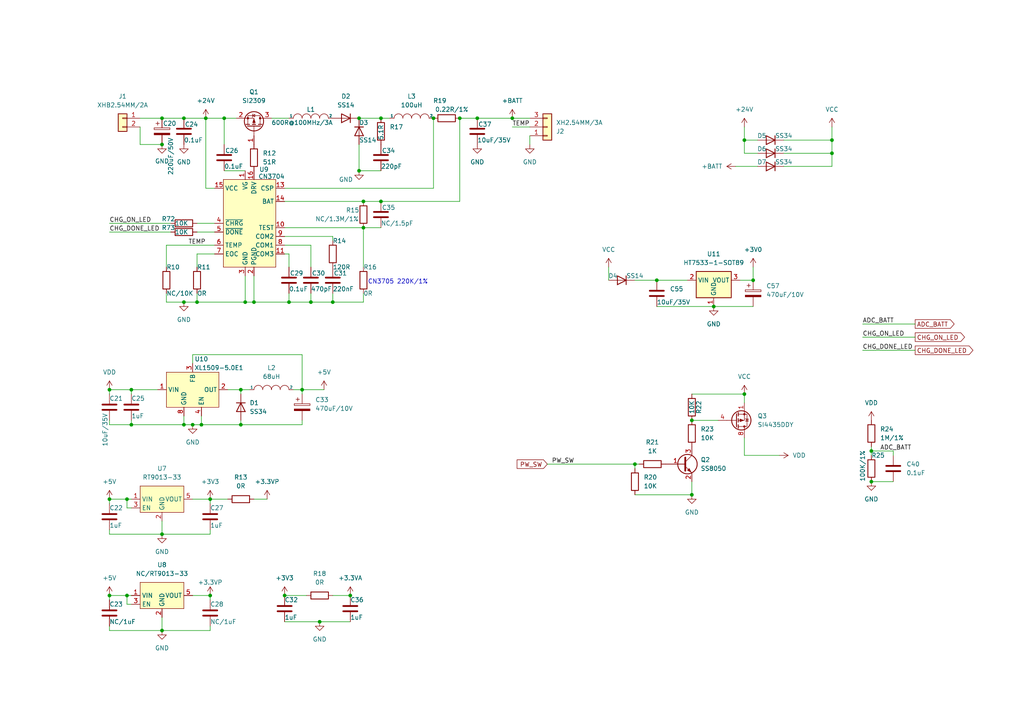
<source format=kicad_sch>
(kicad_sch (version 20211123) (generator eeschema)
  (paper "A4")
  (title_block (title "EDS-01-Main") (date "2022-10-19") (rev "V0.2") (company "Timye"))
  (lib_symbols
    (symbol "Connector_Generic:Conn_01x02" (pin_names (offset 1.016) hide)
      (property "Reference" "J" (at 0 2.54 0))
      (property "Value" "Conn_01x02" (at 0 -5.08 0))
      (symbol "Conn_01x02_1_1"
        (rectangle (start -1.27 -2.413) (end 0 -2.667) (stroke (width 0.1524)))
        (rectangle (start -1.27 0.127) (end 0 -0.127) (stroke (width 0.1524)))
        (rectangle (start -1.27 1.27) (end 1.27 -3.81) (stroke (width 0.254)) (fill (type background)))
        (pin passive line (at -5.08 0 0) (length 3.81) (name "Pin_1") (number "1"))
        (pin passive line (at -5.08 -2.54 0) (length 3.81) (name "Pin_2") (number "2"))
      )
    )
    (symbol "Connector_Generic:Conn_01x03" (pin_names (offset 1.016) hide)
      (property "Reference" "J" (at 0 5.08 0))
      (property "Value" "Conn_01x03" (at 0 -5.08 0))
      (symbol "Conn_01x03_1_1"
        (rectangle (start -1.27 -2.413) (end 0 -2.667) (stroke (width 0.1524)))
        (rectangle (start -1.27 0.127) (end 0 -0.127) (stroke (width 0.1524)))
        (rectangle (start -1.27 2.667) (end 0 2.413) (stroke (width 0.1524)))
        (rectangle (start -1.27 3.81) (end 1.27 -3.81) (stroke (width 0.254)) (fill (type background)))
        (pin passive line (at -5.08 2.54 0) (length 3.81) (name "Pin_1") (number "1"))
        (pin passive line (at -5.08 0 0) (length 3.81) (name "Pin_2") (number "2"))
        (pin passive line (at -5.08 -2.54 0) (length 3.81) (name "Pin_3") (number "3"))
      )
    )
    (symbol "Device:C" (pin_numbers hide) (pin_names (offset 0.254))
      (property "Reference" "C" (at 0.635 2.54 0))
      (property "Value" "C" (at 0.635 -2.54 0))
      (symbol "C_0_1"
        (polyline (pts (xy -2.032 -0.762) (xy 2.032 -0.762)) (stroke (width 0.508)))
        (polyline (pts (xy -2.032 0.762) (xy 2.032 0.762)) (stroke (width 0.508)))
      )
      (symbol "C_1_1"
        (pin passive line (at 0 3.81 270) (length 2.794) (name "~") (number "1"))
        (pin passive line (at 0 -3.81 90) (length 2.794) (name "~") (number "2"))
      )
    )
    (symbol "Device:C_Polarized" (pin_numbers hide) (pin_names (offset 0.254))
      (property "Reference" "C" (at 0.635 2.54 0))
      (property "Value" "C_Polarized" (at 0.635 -2.54 0))
      (symbol "C_Polarized_0_1"
        (rectangle (start -2.286 0.508) (end 2.286 1.016))
        (polyline (pts (xy -1.778 2.286) (xy -0.762 2.286)))
        (polyline (pts (xy -1.27 2.794) (xy -1.27 1.778)))
        (rectangle (start 2.286 -0.508) (end -2.286 -1.016) (fill (type outline)))
      )
      (symbol "C_Polarized_1_1"
        (pin passive line (at 0 3.81 270) (length 2.794) (name "~") (number "1"))
        (pin passive line (at 0 -3.81 90) (length 2.794) (name "~") (number "2"))
      )
    )
    (symbol "Device:D" (pin_numbers hide) (pin_names (offset 1.016) hide)
      (property "Reference" "D" (at 0 2.54 0))
      (property "Value" "D" (at 0 -2.54 0))
      (symbol "D_0_1"
        (polyline (pts (xy -1.27 1.27) (xy -1.27 -1.27)) (stroke (width 0.254)))
        (polyline (pts (xy 1.27 0) (xy -1.27 0)))
        (polyline (pts (xy 1.27 1.27) (xy 1.27 -1.27) (xy -1.27 0) (xy 1.27 1.27)) (stroke (width 0.254)))
      )
      (symbol "D_1_1"
        (pin passive line (at -3.81 0 0) (length 2.54) (name "K") (number "1"))
        (pin passive line (at 3.81 0 180) (length 2.54) (name "A") (number "2"))
      )
    )
    (symbol "Device:Q_NPN_BEC" (pin_names (offset 0) hide)
      (property "Reference" "Q" (at 5.08 1.27 0))
      (property "Value" "Q_NPN_BEC" (at 5.08 -1.27 0))
      (symbol "Q_NPN_BEC_0_1"
        (polyline (pts (xy 0.635 0.635) (xy 2.54 2.54)))
        (polyline (pts (xy 0.635 -0.635) (xy 2.54 -2.54) (xy 2.54 -2.54)))
        (polyline (pts (xy 0.635 1.905) (xy 0.635 -1.905) (xy 0.635 -1.905)) (stroke (width 0.508)))
        (polyline (pts (xy 1.27 -1.778) (xy 1.778 -1.27) (xy 2.286 -2.286) (xy 1.27 -1.778) (xy 1.27 -1.778)) (fill (type outline)))
        (circle (center 1.27 0) (radius 2.8194) (stroke (width 0.254)))
      )
      (symbol "Q_NPN_BEC_1_1"
        (pin input line (at -5.08 0 0) (length 5.715) (name "B") (number "1"))
        (pin passive line (at 2.54 -5.08 90) (length 2.54) (name "E") (number "2"))
        (pin passive line (at 2.54 5.08 270) (length 2.54) (name "C") (number "3"))
      )
    )
    (symbol "Device:Q_PMOS_GSD" (pin_names (offset 0) hide)
      (property "Reference" "Q" (at 5.08 1.27 0))
      (property "Value" "Q_PMOS_GSD" (at 5.08 -1.27 0))
      (symbol "Q_PMOS_GSD_0_1"
        (polyline (pts (xy 0.254 0) (xy -2.54 0)))
        (polyline (pts (xy 0.254 1.905) (xy 0.254 -1.905)) (stroke (width 0.254)))
        (polyline (pts (xy 0.762 -1.27) (xy 0.762 -2.286)) (stroke (width 0.254)))
        (polyline (pts (xy 0.762 0.508) (xy 0.762 -0.508)) (stroke (width 0.254)))
        (polyline (pts (xy 0.762 2.286) (xy 0.762 1.27)) (stroke (width 0.254)))
        (polyline (pts (xy 2.54 2.54) (xy 2.54 1.778)))
        (polyline (pts (xy 2.54 -2.54) (xy 2.54 0) (xy 0.762 0)))
        (polyline (pts (xy 0.762 1.778) (xy 3.302 1.778) (xy 3.302 -1.778) (xy 0.762 -1.778)))
        (polyline (pts (xy 2.286 0) (xy 1.27 0.381) (xy 1.27 -0.381) (xy 2.286 0)) (fill (type outline)))
        (polyline (pts (xy 2.794 -0.508) (xy 2.921 -0.381) (xy 3.683 -0.381) (xy 3.81 -0.254)))
        (polyline (pts (xy 3.302 -0.381) (xy 2.921 0.254) (xy 3.683 0.254) (xy 3.302 -0.381)))
        (circle (center 1.651 0) (radius 2.794) (stroke (width 0.254)))
        (circle (center 2.54 -1.778) (radius 0.254) (fill (type outline)))
        (circle (center 2.54 1.778) (radius 0.254) (fill (type outline)))
      )
      (symbol "Q_PMOS_GSD_1_1"
        (pin input line (at -5.08 0 0) (length 2.54) (name "G") (number "1"))
        (pin passive line (at 2.54 -5.08 90) (length 2.54) (name "S") (number "2"))
        (pin passive line (at 2.54 5.08 270) (length 2.54) (name "D") (number "3"))
      )
    )
    (symbol "Device:R" (pin_numbers hide) (pin_names (offset 0))
      (property "Reference" "R" (at 2.032 0 90))
      (property "Value" "R" (at 0 0 90))
      (symbol "R_0_1"
        (rectangle (start -1.016 -2.54) (end 1.016 2.54) (stroke (width 0.254)))
      )
      (symbol "R_1_1"
        (pin passive line (at 0 3.81 270) (length 1.27) (name "~") (number "1"))
        (pin passive line (at 0 -3.81 90) (length 1.27) (name "~") (number "2"))
      )
    )
    (symbol "Ovo_Power_Management:CN3704"
      (property "Reference" "U" (at -6.35 13.97 0))
      (property "Value" "CN3704" (at -8.89 -15.24 0))
      (symbol "CN3704_0_1"
        (rectangle (start -7.62 12.7) (end 7.62 -12.7) (fill (type background)))
      )
      (symbol "CN3704_1_1"
        (pin power_out line (at -1.27 15.24 270) (length 2.54) (name "VG") (number "1"))
        (pin passive line (at 10.16 -1.27 180) (length 2.54) (name "TEST") (number "10"))
        (pin passive line (at 10.16 -8.89 180) (length 2.54) (name "COM3") (number "11"))
        (pin no_connect line (at 10.16 1.27 180) (length 2.54) hide (name "NC") (number "12"))
        (pin input line (at 10.16 10.16 180) (length 2.54) (name "CSP") (number "13"))
        (pin input line (at 10.16 6.35 180) (length 2.54) (name "BAT") (number "14"))
        (pin power_in line (at -10.16 10.16 0) (length 2.54) (name "VCC") (number "15"))
        (pin output line (at 1.27 15.24 270) (length 2.54) (name "DRV") (number "16"))
        (pin power_in line (at 1.27 -15.24 90) (length 2.54) (name "PGND") (number "2"))
        (pin power_in line (at -1.27 -15.24 90) (length 2.54) (name "GND") (number "3"))
        (pin output line (at -10.16 0 0) (length 2.54) (name "~{CHRG}") (number "4"))
        (pin output line (at -10.16 -2.54 0) (length 2.54) (name "~{DONE}") (number "5"))
        (pin input line (at -10.16 -6.35 0) (length 2.54) (name "TEMP") (number "6"))
        (pin input line (at -10.16 -8.89 0) (length 2.54) (name "EOC") (number "7"))
        (pin passive line (at 10.16 -6.35 180) (length 2.54) (name "COM1") (number "8"))
        (pin passive line (at 10.16 -3.81 180) (length 2.54) (name "COM2") (number "9"))
      )
    )
    (symbol "Ovo_Power_Management:RT9013-xx"
      (property "Reference" "U" (at 0 8.89 0))
      (property "Value" "RT9013-xx" (at 1.27 -10.16 0))
      (symbol "RT9013-xx_0_1"
        (rectangle (start -6.35 3.81) (end 6.35 -3.81) (fill (type background)))
      )
      (symbol "RT9013-xx_1_1"
        (pin power_in line (at -8.89 0 0) (length 2.54) (name "VIN") (number "1"))
        (pin power_in line (at 0 -6.35 90) (length 2.54) (name "GND") (number "2"))
        (pin input line (at -8.89 -2.54 0) (length 2.54) (name "EN") (number "3"))
        (pin passive line (at 8.89 -2.54 180) (length 2.54) hide (name "NC") (number "4"))
        (pin power_out line (at 8.89 0 180) (length 2.54) (name "VOUT") (number "5"))
      )
    )
    (symbol "Ovo_Power_Management:XL1509-xxE1"
      (property "Reference" "U" (at -5.08 6.35 0))
      (property "Value" "XL1509-xxE1" (at 7.62 6.35 0))
      (symbol "XL1509-xxE1_0_1"
        (rectangle (start -7.62 5.08) (end 7.62 -5.08) (fill (type background)))
      )
      (symbol "XL1509-xxE1_1_1"
        (pin power_in line (at -10.16 0 0) (length 2.54) (name "VIN") (number "1"))
        (pin power_out line (at 10.16 0 180) (length 2.54) (name "OUT") (number "2"))
        (pin input line (at 0 7.62 270) (length 2.54) (name "FB") (number "3"))
        (pin input line (at 2.54 -7.62 90) (length 2.54) (name "EN") (number "4"))
        (pin power_in line (at -2.54 -7.62 90) (length 2.54) hide (name "GND") (number "5"))
        (pin power_in line (at -2.54 -7.62 90) (length 2.54) hide (name "GND") (number "6"))
        (pin power_in line (at -2.54 -7.62 90) (length 2.54) hide (name "GND") (number "7"))
        (pin power_in line (at -2.54 -7.62 90) (length 2.54) (name "GND") (number "8"))
      )
    )
    (symbol "Regulator_Linear:HT75xx-1-SOT89"
      (property "Reference" "U" (at -5.08 -3.81 0))
      (property "Value" "HT75xx-1-SOT89" (at 0 6.35 0))
      (symbol "HT75xx-1-SOT89_0_1"
        (rectangle (start -5.08 5.08) (end 5.08 -2.54) (stroke (width 0.254)) (fill (type background)))
      )
      (symbol "HT75xx-1-SOT89_1_1"
        (pin power_in line (at 0 -5.08 90) (length 2.54) (name "GND") (number "1"))
        (pin power_in line (at -7.62 2.54 0) (length 2.54) (name "VIN") (number "2"))
        (pin power_out line (at 7.62 2.54 180) (length 2.54) (name "VOUT") (number "3"))
      )
    )
    (symbol "Transistor_FET:FDS9435A" (pin_names hide)
      (property "Reference" "Q" (at 5.08 1.905 0))
      (property "Value" "FDS9435A" (at 5.08 0 0))
      (symbol "FDS9435A_0_1"
        (polyline (pts (xy 0.254 0) (xy -2.54 0)))
        (polyline (pts (xy 0.254 1.905) (xy 0.254 -1.905)) (stroke (width 0.254)))
        (polyline (pts (xy 0.762 -1.27) (xy 0.762 -2.286)) (stroke (width 0.254)))
        (polyline (pts (xy 0.762 0.508) (xy 0.762 -0.508)) (stroke (width 0.254)))
        (polyline (pts (xy 0.762 2.286) (xy 0.762 1.27)) (stroke (width 0.254)))
        (polyline (pts (xy 2.54 2.54) (xy 2.54 1.778)))
        (polyline (pts (xy 2.54 -2.54) (xy 2.54 0) (xy 0.762 0)))
        (polyline (pts (xy 0.762 1.778) (xy 3.302 1.778) (xy 3.302 -1.778) (xy 0.762 -1.778)))
        (polyline (pts (xy 2.286 0) (xy 1.27 0.381) (xy 1.27 -0.381) (xy 2.286 0)) (fill (type outline)))
        (polyline (pts (xy 2.794 -0.508) (xy 2.921 -0.381) (xy 3.683 -0.381) (xy 3.81 -0.254)))
        (polyline (pts (xy 3.302 -0.381) (xy 2.921 0.254) (xy 3.683 0.254) (xy 3.302 -0.381)))
        (circle (center 1.651 0) (radius 2.794) (stroke (width 0.254)))
        (circle (center 2.54 -1.778) (radius 0.254) (fill (type outline)))
        (circle (center 2.54 1.778) (radius 0.254) (fill (type outline)))
      )
      (symbol "FDS9435A_1_1"
        (pin passive line (at 2.54 -5.08 90) (length 2.54) (name "S") (number "1"))
        (pin passive line (at 2.54 -5.08 90) (length 2.54) hide (name "S") (number "2"))
        (pin passive line (at 2.54 -5.08 90) (length 2.54) hide (name "S") (number "3"))
        (pin passive line (at -5.08 0 0) (length 2.54) (name "G") (number "4"))
        (pin passive line (at 2.54 5.08 270) (length 2.54) hide (name "D") (number "5"))
        (pin passive line (at 2.54 5.08 270) (length 2.54) hide (name "D") (number "6"))
        (pin passive line (at 2.54 5.08 270) (length 2.54) hide (name "D") (number "7"))
        (pin passive line (at 2.54 5.08 270) (length 2.54) (name "D") (number "8"))
      )
    )
    (symbol "power:+24V" (power) (pin_names (offset 0))
      (property "Value" "+24V" (at 0 3.556 0))
      (symbol "+24V_0_1"
        (polyline (pts (xy -0.762 1.27) (xy 0 2.54)))
        (polyline (pts (xy 0 0) (xy 0 2.54)))
        (polyline (pts (xy 0 2.54) (xy 0.762 1.27)))
      )
      (symbol "+24V_1_1"
        (pin power_in line (at 0 0 90) (length 0) hide (name "+24V") (number "1"))
      )
    )
    (symbol "power:+3.3VA" (power) (pin_names (offset 0))
      (property "Value" "+3.3VA" (at 0 3.556 0))
      (symbol "+3.3VA_0_1"
        (polyline (pts (xy -0.762 1.27) (xy 0 2.54)))
        (polyline (pts (xy 0 0) (xy 0 2.54)))
        (polyline (pts (xy 0 2.54) (xy 0.762 1.27)))
      )
      (symbol "+3.3VA_1_1"
        (pin power_in line (at 0 0 90) (length 0) hide (name "+3.3VA") (number "1"))
      )
    )
    (symbol "power:+3.3VP" (power) (pin_names (offset 0))
      (property "Value" "+3.3VP" (at 0 2.54 0))
      (symbol "+3.3VP_0_0"
        (pin power_in line (at 0 0 90) (length 0) hide (name "+3.3VP") (number "1"))
      )
      (symbol "+3.3VP_0_1"
        (polyline (pts (xy -0.762 1.27) (xy 0 2.54)))
        (polyline (pts (xy 0 0) (xy 0 2.54)))
        (polyline (pts (xy 0 2.54) (xy 0.762 1.27)))
      )
    )
    (symbol "power:+3V0" (power) (pin_names (offset 0))
      (property "Value" "+3V0" (at 0 3.556 0))
      (symbol "+3V0_0_1"
        (polyline (pts (xy -0.762 1.27) (xy 0 2.54)))
        (polyline (pts (xy 0 0) (xy 0 2.54)))
        (polyline (pts (xy 0 2.54) (xy 0.762 1.27)))
      )
      (symbol "+3V0_1_1"
        (pin power_in line (at 0 0 90) (length 0) hide (name "+3V0") (number "1"))
      )
    )
    (symbol "power:+3V3" (power) (pin_names (offset 0))
      (property "Value" "+3V3" (at 0 3.556 0))
      (symbol "+3V3_0_1"
        (polyline (pts (xy -0.762 1.27) (xy 0 2.54)))
        (polyline (pts (xy 0 0) (xy 0 2.54)))
        (polyline (pts (xy 0 2.54) (xy 0.762 1.27)))
      )
      (symbol "+3V3_1_1"
        (pin power_in line (at 0 0 90) (length 0) hide (name "+3V3") (number "1"))
      )
    )
    (symbol "power:+5V" (power) (pin_names (offset 0))
      (property "Value" "+5V" (at 0 3.556 0))
      (symbol "+5V_0_1"
        (polyline (pts (xy -0.762 1.27) (xy 0 2.54)))
        (polyline (pts (xy 0 0) (xy 0 2.54)))
        (polyline (pts (xy 0 2.54) (xy 0.762 1.27)))
      )
      (symbol "+5V_1_1"
        (pin power_in line (at 0 0 90) (length 0) hide (name "+5V") (number "1"))
      )
    )
    (symbol "power:+BATT" (power) (pin_names (offset 0))
      (property "Value" "+BATT" (at 0 3.556 0))
      (symbol "+BATT_0_1"
        (polyline (pts (xy -0.762 1.27) (xy 0 2.54)))
        (polyline (pts (xy 0 0) (xy 0 2.54)))
        (polyline (pts (xy 0 2.54) (xy 0.762 1.27)))
      )
      (symbol "+BATT_1_1"
        (pin power_in line (at 0 0 90) (length 0) hide (name "+BATT") (number "1"))
      )
    )
    (symbol "power:GND" (power) (pin_names (offset 0))
      (property "Value" "GND" (at 0 -3.81 0))
      (symbol "GND_0_1"
        (polyline (pts (xy 0 0) (xy 0 -1.27) (xy 1.27 -1.27) (xy 0 -2.54) (xy -1.27 -1.27) (xy 0 -1.27)))
      )
      (symbol "GND_1_1"
        (pin power_in line (at 0 0 270) (length 0) hide (name "GND") (number "1"))
      )
    )
    (symbol "power:VCC" (power) (pin_names (offset 0))
      (property "Value" "VCC" (at 0 3.81 0))
      (symbol "VCC_0_1"
        (polyline (pts (xy -0.762 1.27) (xy 0 2.54)))
        (polyline (pts (xy 0 0) (xy 0 2.54)))
        (polyline (pts (xy 0 2.54) (xy 0.762 1.27)))
      )
      (symbol "VCC_1_1"
        (pin power_in line (at 0 0 90) (length 0) hide (name "VCC") (number "1"))
      )
    )
    (symbol "power:VDD" (power) (pin_names (offset 0))
      (property "Value" "VDD" (at 0 3.81 0))
      (symbol "VDD_0_1"
        (polyline (pts (xy -0.762 1.27) (xy 0 2.54)))
        (polyline (pts (xy 0 0) (xy 0 2.54)))
        (polyline (pts (xy 0 2.54) (xy 0.762 1.27)))
      )
      (symbol "VDD_1_1"
        (pin power_in line (at 0 0 90) (length 0) hide (name "VDD") (number "1"))
      )
    )
    (symbol "pspice:INDUCTOR" (pin_numbers hide) (pin_names (offset 0))
      (property "Reference" "L" (at 0 2.54 0))
      (property "Value" "INDUCTOR" (at 0 -1.27 0))
      (symbol "INDUCTOR_0_1"
        (arc (start -2.54 0) (mid -3.81 1.27) (end -5.08 0))
        (arc (start 0 0) (mid -1.27 1.27) (end -2.54 0))
        (arc (start 2.54 0) (mid 1.27 1.27) (end 0 0))
        (arc (start 5.08 0) (mid 3.81 1.27) (end 2.54 0))
      )
      (symbol "INDUCTOR_1_1"
        (pin input line (at -6.35 0 0) (length 1.27) (name "1") (number "1"))
        (pin input line (at 6.35 0 180) (length 1.27) (name "2") (number "2"))
      )
    )
  )
  (junction (at 241.3 44.45))
  (junction (at 133.35 34.29))
  (junction (at 36.83 144.78))
  (junction (at 38.1 123.19))
  (junction (at 53.34 87.63))
  (junction (at 184.15 134.62))
  (junction (at 38.1 113.03))
  (junction (at 241.3 40.64))
  (junction (at 53.34 34.29))
  (junction (at 57.15 87.63))
  (junction (at 92.71 180.34))
  (junction (at 46.99 34.29))
  (junction (at 218.44 81.28))
  (junction (at 55.88 123.19))
  (junction (at 36.83 172.72))
  (junction (at 53.34 123.19))
  (junction (at 83.82 87.63))
  (junction (at 46.99 154.94))
  (junction (at 105.41 66.04))
  (junction (at 82.55 172.72))
  (junction (at 69.85 113.03))
  (junction (at 58.42 123.19))
  (junction (at 31.75 144.78))
  (junction (at 101.6 172.72))
  (junction (at 59.69 34.29))
  (junction (at 46.99 41.91))
  (junction (at 215.9 40.64))
  (junction (at 104.14 49.53))
  (junction (at 190.5 81.28))
  (junction (at 65.024 34.29))
  (junction (at 60.96 144.78))
  (junction (at 110.49 58.42))
  (junction (at 207.01 88.9))
  (junction (at 71.12 87.63))
  (junction (at 104.14 34.29))
  (junction (at 31.75 172.72))
  (junction (at 252.73 139.7))
  (junction (at 148.59 34.29))
  (junction (at 87.63 113.03))
  (junction (at 31.75 113.03))
  (junction (at 215.9 114.3))
  (junction (at 69.85 123.19))
  (junction (at 96.52 87.63))
  (junction (at 73.66 87.63))
  (junction (at 60.96 172.72))
  (junction (at 200.66 143.51))
  (junction (at 90.17 87.63))
  (junction (at 200.66 121.92))
  (junction (at 46.99 182.88))
  (junction (at 252.73 130.81))
  (junction (at 125.73 34.29))
  (junction (at 110.49 34.29))
  (junction (at 138.43 34.29))
  (junction (at 105.41 58.42))
  (wire (pts (xy 58.42 123.19) (xy 69.85 123.19)))
  (wire (pts (xy 215.9 40.64) (xy 219.71 40.64)))
  (wire (pts (xy 38.1 123.19) (xy 38.1 121.92)))
  (wire (pts (xy 105.41 66.04) (xy 105.41 77.47)))
  (wire (pts (xy 252.73 139.7) (xy 259.08 139.7)))
  (wire (pts (xy 184.15 81.28) (xy 190.5 81.28)))
  (wire (pts (xy 200.66 143.51) (xy 200.66 139.7)))
  (wire (pts (xy 252.73 130.81) (xy 259.08 130.81)))
  (wire (pts (xy 40.64 41.91) (xy 46.99 41.91)))
  (wire (pts (xy 57.15 77.47) (xy 57.15 73.66)))
  (wire (pts (xy 227.33 48.26) (xy 241.3 48.26)))
  (wire (pts (xy 214.63 81.28) (xy 218.44 81.28)))
  (wire (pts (xy 46.99 182.88) (xy 60.96 182.88)))
  (wire (pts (xy 215.9 36.83) (xy 215.9 40.64)))
  (wire (pts (xy 207.01 88.9) (xy 218.44 88.9)))
  (wire (pts (xy 184.15 143.51) (xy 200.66 143.51)))
  (wire (pts (xy 55.88 102.87) (xy 87.63 102.87)))
  (wire (pts (xy 259.08 132.08) (xy 259.08 130.81)))
  (wire (pts (xy 227.33 40.64) (xy 241.3 40.64)))
  (wire (pts (xy 104.14 49.53) (xy 104.14 41.91)))
  (wire (pts (xy 73.66 80.01) (xy 73.66 87.63)))
  (wire (pts (xy 55.88 123.19) (xy 58.42 123.19)))
  (wire (pts (xy 82.55 66.04) (xy 105.41 66.04)))
  (wire (pts (xy 73.66 144.78) (xy 77.47 144.78)))
  (wire (pts (xy 53.34 123.19) (xy 55.88 123.19)))
  (wire (pts (xy 105.41 66.04) (xy 110.49 66.04)))
  (wire (pts (xy 227.33 44.45) (xy 241.3 44.45)))
  (wire (pts (xy 48.26 77.47) (xy 48.26 71.12)))
  (wire (pts (xy 40.64 36.83) (xy 40.64 41.91)))
  (wire (pts (xy 241.3 44.45) (xy 241.3 40.64)))
  (wire (pts (xy 96.52 87.63) (xy 96.52 85.09)))
  (wire (pts (xy 58.42 120.65) (xy 58.42 123.19)))
  (wire (pts (xy 83.82 77.47) (xy 83.82 73.66)))
  (wire (pts (xy 69.85 123.19) (xy 87.63 123.19)))
  (wire (pts (xy 59.69 34.29) (xy 59.69 54.61)))
  (wire (pts (xy 55.88 144.78) (xy 60.96 144.78)))
  (wire (pts (xy 53.34 87.63) (xy 57.15 87.63)))
  (wire (pts (xy 55.88 172.72) (xy 60.96 172.72)))
  (wire (pts (xy 31.75 123.19) (xy 31.75 121.92)))
  (wire (pts (xy 250.19 101.6) (xy 265.43 101.6)))
  (wire (pts (xy 31.75 181.61) (xy 31.75 182.88)))
  (wire (pts (xy 65.024 34.29) (xy 68.58 34.29)))
  (wire (pts (xy 133.35 34.29) (xy 138.43 34.29)))
  (wire (pts (xy 87.63 123.19) (xy 87.63 121.92)))
  (wire (pts (xy 38.1 123.19) (xy 53.34 123.19)))
  (wire (pts (xy 31.75 173.99) (xy 31.75 172.72)))
  (wire (pts (xy 31.75 64.77) (xy 49.53 64.77)))
  (wire (pts (xy 46.99 154.94) (xy 60.96 154.94)))
  (wire (pts (xy 82.55 180.34) (xy 92.71 180.34)))
  (wire (pts (xy 31.75 153.67) (xy 31.75 154.94)))
  (wire (pts (xy 176.53 77.47) (xy 176.53 81.28)))
  (wire (pts (xy 158.75 134.62) (xy 184.15 134.62)))
  (wire (pts (xy 31.75 146.05) (xy 31.75 144.78)))
  (wire (pts (xy 241.3 40.64) (xy 241.3 36.83)))
  (wire (pts (xy 90.17 87.63) (xy 96.52 87.63)))
  (wire (pts (xy 82.55 172.72) (xy 88.9 172.72)))
  (wire (pts (xy 31.75 67.31) (xy 49.53 67.31)))
  (wire (pts (xy 53.34 120.65) (xy 53.34 123.19)))
  (wire (pts (xy 184.15 135.89) (xy 184.15 134.62)))
  (wire (pts (xy 60.96 172.72) (xy 60.96 173.99)))
  (wire (pts (xy 65.024 41.91) (xy 65.024 34.29)))
  (wire (pts (xy 55.88 105.41) (xy 55.88 102.87)))
  (wire (pts (xy 153.67 41.91) (xy 153.67 39.37)))
  (wire (pts (xy 48.26 85.09) (xy 48.26 87.63)))
  (wire (pts (xy 213.36 48.26) (xy 219.71 48.26)))
  (wire (pts (xy 138.43 34.29) (xy 148.59 34.29)))
  (wire (pts (xy 215.9 114.3) (xy 215.9 116.84)))
  (wire (pts (xy 87.63 102.87) (xy 87.63 113.03)))
  (wire (pts (xy 90.17 77.47) (xy 90.17 71.12)))
  (wire (pts (xy 83.82 87.63) (xy 83.82 85.09)))
  (wire (pts (xy 215.9 44.45) (xy 219.71 44.45)))
  (wire (pts (xy 73.66 87.63) (xy 83.82 87.63)))
  (wire (pts (xy 113.03 34.29) (xy 110.49 34.29)))
  (wire (pts (xy 31.75 172.72) (xy 36.83 172.72)))
  (wire (pts (xy 31.75 113.03) (xy 38.1 113.03)))
  (wire (pts (xy 65.024 49.53) (xy 71.12 49.53)))
  (wire (pts (xy 148.59 36.83) (xy 153.67 36.83)))
  (wire (pts (xy 48.26 87.63) (xy 53.34 87.63)))
  (wire (pts (xy 60.96 144.78) (xy 66.04 144.78)))
  (wire (pts (xy 125.73 54.61) (xy 125.73 34.29)))
  (wire (pts (xy 31.75 182.88) (xy 46.99 182.88)))
  (wire (pts (xy 72.39 113.03) (xy 69.85 113.03)))
  (wire (pts (xy 36.83 175.26) (xy 36.83 172.72)))
  (wire (pts (xy 82.55 54.61) (xy 125.73 54.61)))
  (wire (pts (xy 59.69 34.29) (xy 65.024 34.29)))
  (wire (pts (xy 73.66 87.63) (xy 71.12 87.63)))
  (wire (pts (xy 250.19 97.79) (xy 265.43 97.79)))
  (wire (pts (xy 69.85 114.3) (xy 69.85 113.03)))
  (wire (pts (xy 104.14 49.53) (xy 110.49 49.53)))
  (wire (pts (xy 218.44 77.47) (xy 218.44 81.28)))
  (wire (pts (xy 57.15 64.77) (xy 62.23 64.77)))
  (wire (pts (xy 215.9 132.08) (xy 226.06 132.08)))
  (wire (pts (xy 31.75 114.3) (xy 31.75 113.03)))
  (wire (pts (xy 133.35 58.42) (xy 133.35 34.29)))
  (wire (pts (xy 241.3 48.26) (xy 241.3 44.45)))
  (wire (pts (xy 60.96 182.88) (xy 60.96 181.61)))
  (wire (pts (xy 110.49 34.29) (xy 104.14 34.29)))
  (wire (pts (xy 48.26 71.12) (xy 62.23 71.12)))
  (wire (pts (xy 87.63 113.03) (xy 85.09 113.03)))
  (wire (pts (xy 96.52 172.72) (xy 101.6 172.72)))
  (wire (pts (xy 60.96 154.94) (xy 60.96 153.67)))
  (wire (pts (xy 78.74 34.29) (xy 83.82 34.29)))
  (wire (pts (xy 57.15 87.63) (xy 71.12 87.63)))
  (wire (pts (xy 71.12 87.63) (xy 71.12 80.01)))
  (wire (pts (xy 36.83 144.78) (xy 38.1 144.78)))
  (wire (pts (xy 215.9 127) (xy 215.9 132.08)))
  (wire (pts (xy 38.1 113.03) (xy 45.72 113.03)))
  (wire (pts (xy 57.15 67.31) (xy 62.23 67.31)))
  (wire (pts (xy 215.9 40.64) (xy 215.9 44.45)))
  (wire (pts (xy 87.63 114.3) (xy 87.63 113.03)))
  (wire (pts (xy 31.75 123.19) (xy 38.1 123.19)))
  (wire (pts (xy 46.99 34.29) (xy 53.34 34.29)))
  (wire (pts (xy 200.66 114.3) (xy 215.9 114.3)))
  (wire (pts (xy 57.15 87.63) (xy 57.15 85.09)))
  (wire (pts (xy 31.75 154.94) (xy 46.99 154.94)))
  (wire (pts (xy 83.82 73.66) (xy 82.55 73.66)))
  (wire (pts (xy 105.41 87.63) (xy 96.52 87.63)))
  (wire (pts (xy 190.5 88.9) (xy 207.01 88.9)))
  (wire (pts (xy 31.75 144.78) (xy 36.83 144.78)))
  (wire (pts (xy 105.41 58.42) (xy 110.49 58.42)))
  (wire (pts (xy 53.34 34.29) (xy 59.69 34.29)))
  (wire (pts (xy 60.96 144.78) (xy 60.96 146.05)))
  (wire (pts (xy 190.5 81.28) (xy 199.39 81.28)))
  (wire (pts (xy 46.99 151.13) (xy 46.99 154.94)))
  (wire (pts (xy 92.71 180.34) (xy 101.6 180.34)))
  (wire (pts (xy 36.83 172.72) (xy 38.1 172.72)))
  (wire (pts (xy 69.85 123.19) (xy 69.85 121.92)))
  (wire (pts (xy 93.98 113.03) (xy 87.63 113.03)))
  (wire (pts (xy 38.1 175.26) (xy 36.83 175.26)))
  (wire (pts (xy 46.99 179.07) (xy 46.99 182.88)))
  (wire (pts (xy 252.73 129.54) (xy 252.73 130.81)))
  (wire (pts (xy 36.83 147.32) (xy 36.83 144.78)))
  (wire (pts (xy 83.82 87.63) (xy 90.17 87.63)))
  (wire (pts (xy 148.59 34.29) (xy 153.67 34.29)))
  (wire (pts (xy 57.15 73.66) (xy 62.23 73.66)))
  (wire (pts (xy 40.64 34.29) (xy 46.99 34.29)))
  (wire (pts (xy 38.1 147.32) (xy 36.83 147.32)))
  (wire (pts (xy 105.41 85.09) (xy 105.41 87.63)))
  (wire (pts (xy 110.49 58.42) (xy 133.35 58.42)))
  (wire (pts (xy 250.19 93.98) (xy 265.43 93.98)))
  (wire (pts (xy 66.04 113.03) (xy 69.85 113.03)))
  (wire (pts (xy 252.73 130.81) (xy 252.73 132.08)))
  (wire (pts (xy 62.23 54.61) (xy 59.69 54.61)))
  (wire (pts (xy 96.52 69.85) (xy 96.52 68.58)))
  (wire (pts (xy 200.66 121.92) (xy 208.28 121.92)))
  (wire (pts (xy 38.1 113.03) (xy 38.1 114.3)))
  (wire (pts (xy 82.55 58.42) (xy 105.41 58.42)))
  (wire (pts (xy 90.17 87.63) (xy 90.17 85.09)))
  (wire (pts (xy 184.15 134.62) (xy 185.42 134.62)))
  (wire (pts (xy 82.55 68.58) (xy 96.52 68.58)))
  (wire (pts (xy 90.17 71.12) (xy 82.55 71.12)))
  (text "CN3705 220K/1%" (at 106.68 82.55 0) (effects (font (size 1.27 1.27)) (justify left bottom)))
  (label "CHG_DONE_LED" (at 31.75 67.31 0))
  (label "CHG_ON_LED" (at 31.75 64.77 0))
  (label "CHG_ON_LED" (at 250.19 97.79 0))
  (label "TEMP" (at 54.61 71.12 0))
  (label "CHG_DONE_LED" (at 250.19 101.6 0))
  (label "PW_SW" (at 160.02 134.62 0))
  (label "TEMP" (at 148.59 36.83 0))
  (label "ADC_BATT" (at 255.27 130.81 0))
  (label "ADC_BATT" (at 250.19 93.98 0))
  (global_label "ADC_BATT" (shape output) (at 265.43 93.98 0) (property "Intersheet References" "${INTERSHEET_REFS}" (effects hide)))
  (global_label "PW_SW" (shape input) (at 158.75 134.62 180) (property "Intersheet References" "${INTERSHEET_REFS}" (effects hide)))
  (global_label "CHG_ON_LED" (shape output) (at 265.43 97.79 0) (property "Intersheet References" "${INTERSHEET_REFS}" (effects hide)))
  (global_label "CHG_DONE_LED" (shape output) (at 265.43 101.6 0) (property "Intersheet References" "${INTERSHEET_REFS}" (effects hide)))
  (symbol (lib_id "power:GND") (at 153.67 41.91 0) (unit 1)
    (property "Reference" "#PWR0152" (effects hide))
    (property "Value" "GND" (at 153.67 46.99 0))
  )
  (symbol (lib_id "Device:R") (at 48.26 81.28 0) (unit 1)
    (property "Reference" "R10" (at 48.26 77.47 0) (effects (justify left)))
    (property "Value" "NC/10K" (at 48.26 85.09 0) (effects (justify left)))
    (property "Footprint" "Resistor_SMD:R_0603_1608Metric" (effects hide))
  )
  (symbol (lib_id "Device:R") (at 105.41 62.23 0) (unit 1)
    (property "Reference" "R15" (at 100.33 60.96 0) (effects (justify left)))
    (property "Value" "NC/1.3M/1%" (at 91.44 63.5 0) (effects (justify left)))
    (property "Footprint" "Resistor_SMD:R_0603_1608Metric" (effects hide))
  )
  (symbol (lib_id "Device:R") (at 73.66 45.72 0) (unit 1)
    (property "Reference" "R12" (at 76.2 44.4499 0) (effects (justify left)))
    (property "Value" "51R" (at 76.2 46.9899 0) (effects (justify left)))
    (property "Footprint" "Resistor_SMD:R_0603_1608Metric" (effects hide))
  )
  (symbol (lib_id "Device:C") (at 138.43 38.1 0) (unit 1)
    (property "Reference" "C37" (at 138.684 36.068 0) (effects (justify left)))
    (property "Value" "10uF/35V" (at 138.43 40.64 0) (effects (justify left)))
    (property "Footprint" "Capacitor_SMD:C_0805_2012Metric" (effects hide))
  )
  (symbol (lib_id "power:GND") (at 200.66 143.51 0) (unit 1)
    (property "Reference" "#PWR0156" (effects hide))
    (property "Value" "GND" (at 200.66 148.59 0))
  )
  (symbol (lib_id "power:VDD") (at 226.06 132.08 270) (unit 1)
    (property "Reference" "#PWR0157" (effects hide))
    (property "Value" "VDD" (at 229.87 132.0799 90) (effects (justify left)))
  )
  (symbol (lib_id "Regulator_Linear:HT75xx-1-SOT89") (at 207.01 83.82 0) (unit 1)
    (property "Reference" "U11" (at 207.01 73.66 0))
    (property "Value" "HT7533-1-SOT89" (at 207.01 76.2 0))
    (property "Footprint" "Package_TO_SOT_SMD:SOT-89-3" (effects hide))
    (property "Datasheet" "https://www.holtek.com/documents/10179/116711/HT75xx-1v250.pdf" (effects hide))
  )
  (symbol (lib_id "Device:C_Polarized") (at 46.99 38.1 0) (unit 1)
    (property "Reference" "C20" (at 47.244 35.814 0) (effects (justify left)))
    (property "Value" "220uF/50V" (at 49.53 50.8 90) (effects (justify left)))
    (property "Footprint" "Capacitor_SMD:CP_Elec_8x10" (effects hide))
  )
  (symbol (lib_id "power:GND") (at 53.34 41.91 0) (unit 1)
    (property "Reference" "#PWR0137" (effects hide))
    (property "Value" "GND" (at 53.34 46.99 0))
  )
  (symbol (lib_id "power:+24V") (at 215.9 36.83 0) (unit 1)
    (property "Reference" "#PWR0162" (effects hide))
    (property "Value" "+24V" (at 215.9 31.75 0))
  )
  (symbol (lib_id "Device:C") (at 60.96 149.86 0) (unit 1)
    (property "Reference" "C27" (at 60.96 147.32 0) (effects (justify left)))
    (property "Value" "1uF" (at 60.96 152.4 0) (effects (justify left)))
    (property "Footprint" "Capacitor_SMD:C_0603_1608Metric" (effects hide))
  )
  (symbol (lib_id "Device:C") (at 101.6 176.53 0) (unit 1)
    (property "Reference" "C36" (at 101.6 173.99 0) (effects (justify left)))
    (property "Value" "1uF" (at 101.6 179.07 0) (effects (justify left)))
    (property "Footprint" "Capacitor_SMD:C_0603_1608Metric" (effects hide))
  )
  (symbol (lib_id "Device:C") (at 65.024 45.72 0) (unit 1)
    (property "Reference" "C26" (at 65.278 43.688 0) (effects (justify left)))
    (property "Value" "0.1uF" (at 65.024 48.26 0) (effects (justify left)))
    (property "Footprint" "Capacitor_SMD:C_0603_1608Metric" (effects hide))
  )
  (symbol (lib_id "power:VCC") (at 215.9 114.3 0) (unit 1)
    (property "Reference" "#PWR0160" (effects hide))
    (property "Value" "VCC" (at 215.9 109.22 0))
  )
  (symbol (lib_id "power:GND") (at 46.99 182.88 0) (unit 1)
    (property "Reference" "#PWR0149" (effects hide))
    (property "Value" "GND" (at 46.99 187.96 0))
  )
  (symbol (lib_id "Device:C") (at 83.82 81.28 0) (unit 1)
    (property "Reference" "C29" (at 84.074 79.248 0) (effects (justify left)))
    (property "Value" "0.1uF" (at 83.82 83.82 0) (effects (justify left)))
    (property "Footprint" "Capacitor_SMD:C_0603_1608Metric" (effects hide))
  )
  (symbol (lib_id "Device:C") (at 96.52 81.28 0) (unit 1)
    (property "Reference" "C31" (at 96.774 79.248 0) (effects (justify left)))
    (property "Value" "220nF" (at 96.52 83.82 0) (effects (justify left)))
    (property "Footprint" "Capacitor_SMD:C_0603_1608Metric" (effects hide))
  )
  (symbol (lib_id "power:+3.3VP") (at 60.96 172.72 0) (unit 1)
    (property "Reference" "#PWR0135" (effects hide))
    (property "Value" "+3.3VP" (at 60.96 168.91 0))
  )
  (symbol (lib_id "Device:C") (at 90.17 81.28 0) (unit 1)
    (property "Reference" "C30" (at 90.424 79.248 0) (effects (justify left)))
    (property "Value" "470pF" (at 90.17 83.82 0) (effects (justify left)))
    (property "Footprint" "Capacitor_SMD:C_0603_1608Metric" (effects hide))
  )
  (symbol (lib_id "power:+5V") (at 31.75 172.72 0) (unit 1)
    (property "Reference" "#PWR0148" (effects hide))
    (property "Value" "+5V" (at 31.75 167.64 0))
  )
  (symbol (lib_id "Device:C_Polarized") (at 218.44 85.09 0) (unit 1)
    (property "Reference" "C57" (at 222.25 82.9309 0) (effects (justify left)))
    (property "Value" "470uF/10V" (at 222.25 85.4709 0) (effects (justify left)))
    (property "Footprint" "Capacitor_SMD:CP_Elec_6.3x7.7" (effects hide))
  )
  (symbol (lib_id "Device:C") (at 190.5 85.09 0) (unit 1)
    (property "Reference" "C55" (at 194.31 83.8199 0) (effects (justify left)))
    (property "Value" "10uF/35V" (at 190.5 87.63 0) (effects (justify left)))
    (property "Footprint" "Capacitor_SMD:C_0805_2012Metric" (effects hide))
  )
  (symbol (lib_id "Device:D") (at 223.52 44.45 180) (unit 1)
    (property "Reference" "D6" (at 220.98 43.18 0))
    (property "Value" "SS34" (at 227.33 43.18 0))
    (property "Footprint" "Diode_SMD:D_SMA" (effects hide))
  )
  (symbol (lib_id "power:GND") (at 92.71 180.34 0) (unit 1)
    (property "Reference" "#PWR0133" (effects hide))
    (property "Value" "GND" (at 92.71 185.42 0))
  )
  (symbol (lib_id "Device:Q_NPN_BEC") (at 198.12 134.62 0) (unit 1)
    (property "Reference" "Q2" (at 203.2 133.3499 0) (effects (justify left)))
    (property "Value" "SS8050" (at 203.2 135.8899 0) (effects (justify left)))
    (property "Footprint" "Package_TO_SOT_SMD:SOT-23" (effects hide))
  )
  (symbol (lib_id "Device:C") (at 31.75 118.11 0) (unit 1)
    (property "Reference" "C21" (at 31.75 115.57 0) (effects (justify left)))
    (property "Value" "10uF/35V" (at 30.48 129.54 90) (effects (justify left)))
    (property "Footprint" "Capacitor_SMD:C_0805_2012Metric" (effects hide))
  )
  (symbol (lib_id "Device:R") (at 69.85 144.78 90) (unit 1)
    (property "Reference" "R13" (at 69.85 138.43 90))
    (property "Value" "0R" (at 69.85 140.97 90))
    (property "Footprint" "Resistor_SMD:R_0603_1608Metric" (effects hide))
  )
  (symbol (lib_id "Device:C") (at 82.55 176.53 0) (unit 1)
    (property "Reference" "C32" (at 82.55 173.99 0) (effects (justify left)))
    (property "Value" "1uF" (at 82.55 179.07 0) (effects (justify left)))
    (property "Footprint" "Capacitor_SMD:C_0603_1608Metric" (effects hide))
  )
  (symbol (lib_id "Device:D") (at 104.14 38.1 270) (unit 1)
    (property "Reference" "D3" (at 104.14 35.56 90) (effects (justify left)))
    (property "Value" "SS14" (at 104.14 40.64 90) (effects (justify left)))
    (property "Footprint" "Diode_SMD:D_SOD-123" (effects hide))
  )
  (symbol (lib_id "power:+5V") (at 93.98 113.03 0) (unit 1)
    (property "Reference" "#PWR0145" (effects hide))
    (property "Value" "+5V" (at 93.98 107.95 0))
  )
  (symbol (lib_id "pspice:INDUCTOR") (at 90.17 34.29 0) (unit 1)
    (property "Reference" "L1" (at 90.17 31.75 0))
    (property "Value" "600R@100MHz/3A" (at 87.63 35.56 0))
    (property "Footprint" "Inductor_SMD:L_1206_3216Metric" (effects hide))
  )
  (symbol (lib_id "Ovo_Power_Management:XL1509-xxE1") (at 55.88 113.03 0) (unit 1)
    (property "Reference" "U10" (at 58.42 104.14 0))
    (property "Value" "XL1509-5.0E1" (at 63.5 106.68 0))
    (property "Footprint" "Package_SO:SOP-8_3.9x4.9mm_P1.27mm" (effects hide))
  )
  (symbol (lib_id "power:GND") (at 46.99 41.91 0) (unit 1)
    (property "Reference" "#PWR0138" (effects hide))
    (property "Value" "GND" (at 46.99 46.736 0))
  )
  (symbol (lib_id "Device:Q_PMOS_GSD") (at 73.66 36.83 270) (mirror x) (unit 1)
    (property "Reference" "Q1" (at 73.66 26.67 90))
    (property "Value" "SI2309" (at 73.66 29.21 90))
    (property "Footprint" "Package_TO_SOT_SMD:SOT-23" (effects hide))
  )
  (symbol (lib_id "power:VDD") (at 31.75 113.03 0) (unit 1)
    (property "Reference" "#PWR0144" (effects hide))
    (property "Value" "VDD" (at 31.75 107.95 0))
  )
  (symbol (lib_id "power:GND") (at 104.14 49.53 0) (unit 1)
    (property "Reference" "#PWR0136" (effects hide))
    (property "Value" "GND" (at 100.33 52.07 0))
  )
  (symbol (lib_id "Device:R") (at 57.15 81.28 0) (unit 1)
    (property "Reference" "R11" (at 57.15 77.47 0) (effects (justify left)))
    (property "Value" "OR" (at 57.15 85.09 0) (effects (justify left)))
    (property "Footprint" "Resistor_SMD:R_0603_1608Metric" (effects hide))
  )
  (symbol (lib_id "Device:C") (at 110.49 45.72 0) (unit 1)
    (property "Reference" "C34" (at 110.744 43.688 0) (effects (justify left)))
    (property "Value" "220pF" (at 110.49 48.26 0) (effects (justify left)))
    (property "Footprint" "Capacitor_SMD:C_0603_1608Metric" (effects hide))
  )
  (symbol (lib_id "power:+3.3VA") (at 101.6 172.72 0) (unit 1)
    (property "Reference" "#PWR0134" (effects hide))
    (property "Value" "+3.3VA" (at 101.6 167.64 0))
  )
  (symbol (lib_id "Device:R") (at 252.73 135.89 0) (unit 1)
    (property "Reference" "R25" (at 252.73 132.08 0) (effects (justify left)))
    (property "Value" "100K/1%" (at 250.19 139.7 90) (effects (justify left)))
    (property "Footprint" "Resistor_SMD:R_0603_1608Metric" (effects hide))
  )
  (symbol (lib_id "Device:D") (at 69.85 118.11 270) (unit 1)
    (property "Reference" "D1" (at 72.39 116.8399 90) (effects (justify left)))
    (property "Value" "SS34" (at 72.39 119.3799 90) (effects (justify left)))
    (property "Footprint" "Diode_SMD:D_SMA" (effects hide))
  )
  (symbol (lib_id "pspice:INDUCTOR") (at 78.74 113.03 0) (unit 1)
    (property "Reference" "L2" (at 78.74 106.68 0))
    (property "Value" "68uH" (at 78.74 109.22 0))
    (property "Footprint" "Ovo_Inductor_SMD:L_GZJ_CD75" (effects hide))
  )
  (symbol (lib_id "Device:D") (at 100.33 34.29 180) (unit 1)
    (property "Reference" "D2" (at 100.33 27.94 0))
    (property "Value" "SS14" (at 100.33 30.48 0))
    (property "Footprint" "Diode_SMD:D_SOD-123" (effects hide))
  )
  (symbol (lib_id "Device:C") (at 60.96 177.8 0) (unit 1)
    (property "Reference" "C28" (at 60.96 175.26 0) (effects (justify left)))
    (property "Value" "NC/1uF" (at 60.96 180.34 0) (effects (justify left)))
    (property "Footprint" "Capacitor_SMD:C_0603_1608Metric" (effects hide))
  )
  (symbol (lib_id "Device:R") (at 53.34 64.77 90) (unit 1)
    (property "Reference" "R72" (at 50.8 63.5 90) (effects (justify left)))
    (property "Value" "10K" (at 54.61 64.77 90) (effects (justify left)))
    (property "Footprint" "Resistor_SMD:R_0603_1608Metric" (effects hide))
  )
  (symbol (lib_id "Ovo_Power_Management:RT9013-xx") (at 46.99 144.78 0) (unit 1)
    (property "Reference" "U7" (at 46.99 135.89 0))
    (property "Value" "RT9013-33" (at 46.99 138.43 0))
    (property "Footprint" "Package_TO_SOT_SMD:SOT-23-5" (effects hide))
  )
  (symbol (lib_id "Device:R") (at 129.54 34.29 90) (unit 1)
    (property "Reference" "R19" (at 129.54 29.21 90) (effects (justify left)))
    (property "Value" "0.22R/1%" (at 135.89 31.75 90) (effects (justify left)))
    (property "Footprint" "Resistor_SMD:R_1206_3216Metric" (effects hide))
  )
  (symbol (lib_id "Device:R") (at 92.71 172.72 90) (unit 1)
    (property "Reference" "R18" (at 92.71 166.37 90))
    (property "Value" "0R" (at 92.71 168.91 90))
    (property "Footprint" "Resistor_SMD:R_0603_1608Metric" (effects hide))
  )
  (symbol (lib_id "Device:D") (at 223.52 40.64 180) (unit 1)
    (property "Reference" "D5" (at 220.98 39.37 0))
    (property "Value" "SS34" (at 227.33 39.37 0))
    (property "Footprint" "Diode_SMD:D_SMA" (effects hide))
  )
  (symbol (lib_id "Ovo_Power_Management:RT9013-xx") (at 46.99 172.72 0) (unit 1)
    (property "Reference" "U8" (at 46.99 163.83 0))
    (property "Value" "NC/RT9013-33" (at 46.99 166.37 0))
    (property "Footprint" "Package_TO_SOT_SMD:SOT-23-5" (effects hide))
  )
  (symbol (lib_id "power:GND") (at 46.99 154.94 0) (unit 1)
    (property "Reference" "#PWR0147" (effects hide))
    (property "Value" "GND" (at 46.99 160.02 0))
  )
  (symbol (lib_id "Device:C") (at 38.1 118.11 0) (unit 1)
    (property "Reference" "C25" (at 38.1 115.57 0) (effects (justify left)))
    (property "Value" "1uF" (at 38.1 120.65 0) (effects (justify left)))
    (property "Footprint" "Capacitor_SMD:C_0603_1608Metric" (effects hide))
  )
  (symbol (lib_id "Ovo_Power_Management:CN3704") (at 72.39 64.77 0) (unit 1)
    (property "Reference" "U9" (at 75.184 49.149 0) (effects (justify left)))
    (property "Value" "CN3704" (at 74.93 51.181 0) (effects (justify left)))
    (property "Footprint" "Package_SO:TSSOP-16_4.4x5mm_P0.65mm" (effects hide))
    (property "Datasheet" "https://atta.szlcsc.com/upload/public/pdf/source/20150618/1457707323431.pdf" (effects hide))
  )
  (symbol (lib_id "Device:R") (at 110.49 38.1 0) (unit 1)
    (property "Reference" "R17" (at 113.03 36.8299 0) (effects (justify left)))
    (property "Value" "5.1R" (at 110.49 40.64 90) (effects (justify left)))
    (property "Footprint" "Resistor_SMD:R_0603_1608Metric" (effects hide))
  )
  (symbol (lib_id "power:GND") (at 53.34 87.63 0) (unit 1)
    (property "Reference" "#PWR0139" (effects hide))
    (property "Value" "GND" (at 53.34 92.71 0))
  )
  (symbol (lib_id "Device:R") (at 96.52 73.66 0) (unit 1)
    (property "Reference" "R14" (at 96.52 69.85 0) (effects (justify left)))
    (property "Value" "120R" (at 96.52 77.47 0) (effects (justify left)))
    (property "Footprint" "Resistor_SMD:R_0603_1608Metric" (effects hide))
  )
  (symbol (lib_id "Device:R") (at 105.41 81.28 0) (unit 1)
    (property "Reference" "R16" (at 105.41 77.47 0) (effects (justify left)))
    (property "Value" "0R" (at 105.41 85.09 0) (effects (justify left)))
    (property "Footprint" "Resistor_SMD:R_0603_1608Metric" (effects hide))
  )
  (symbol (lib_id "Device:D") (at 223.52 48.26 180) (unit 1)
    (property "Reference" "D7" (at 220.98 46.99 0))
    (property "Value" "SS34" (at 227.33 46.99 0))
    (property "Footprint" "Diode_SMD:D_SMA" (effects hide))
  )
  (symbol (lib_id "Device:R") (at 200.66 118.11 0) (unit 1)
    (property "Reference" "R22" (at 202.692 118.11 90))
    (property "Value" "10K" (at 200.66 118.11 90))
    (property "Footprint" "Resistor_SMD:R_0603_1608Metric" (effects hide))
  )
  (symbol (lib_id "pspice:INDUCTOR") (at 119.38 34.29 0) (unit 1)
    (property "Reference" "L3" (at 119.38 27.94 0))
    (property "Value" "100uH" (at 119.38 30.48 0))
    (property "Footprint" "Ovo_Inductor_SMD:L_GZJ_WNR6045" (effects hide))
  )
  (symbol (lib_id "power:GND") (at 252.73 139.7 0) (unit 1)
    (property "Reference" "#PWR0155" (effects hide))
    (property "Value" "GND" (at 252.73 144.78 0))
  )
  (symbol (lib_id "Device:R") (at 184.15 139.7 0) (unit 1)
    (property "Reference" "R20" (at 186.69 138.4299 0) (effects (justify left)))
    (property "Value" "10K" (at 186.69 140.9699 0) (effects (justify left)))
    (property "Footprint" "Resistor_SMD:R_0603_1608Metric" (effects hide))
  )
  (symbol (lib_id "Device:C") (at 259.08 135.89 0) (unit 1)
    (property "Reference" "C40" (at 262.89 134.6199 0) (effects (justify left)))
    (property "Value" "0.1uF" (at 262.89 137.1599 0) (effects (justify left)))
    (property "Footprint" "Capacitor_SMD:C_0603_1608Metric" (effects hide))
  )
  (symbol (lib_id "power:+BATT") (at 213.36 48.26 90) (unit 1)
    (property "Reference" "#PWR0154" (effects hide))
    (property "Value" "+BATT" (at 209.55 48.2599 90) (effects (justify left)))
  )
  (symbol (lib_id "Device:R") (at 53.34 67.31 90) (unit 1)
    (property "Reference" "R73" (at 50.8 66.04 90) (effects (justify left)))
    (property "Value" "10K" (at 54.61 67.31 90) (effects (justify left)))
    (property "Footprint" "Resistor_SMD:R_0603_1608Metric" (effects hide))
  )
  (symbol (lib_id "Device:C") (at 53.34 38.1 0) (unit 1)
    (property "Reference" "C24" (at 53.594 36.068 0) (effects (justify left)))
    (property "Value" "0.1uF" (at 53.34 40.64 0) (effects (justify left)))
    (property "Footprint" "Capacitor_SMD:C_0603_1608Metric" (effects hide))
  )
  (symbol (lib_id "power:+3.3VP") (at 77.47 144.78 0) (unit 1)
    (property "Reference" "#PWR0142" (effects hide))
    (property "Value" "+3.3VP" (at 77.47 139.7 0))
  )
  (symbol (lib_id "Connector_Generic:Conn_01x02") (at 35.56 34.29 0) (mirror y) (unit 1)
    (property "Reference" "J1" (at 35.56 27.94 0))
    (property "Value" "XHB2.54MM/2A" (at 35.56 30.48 0))
    (property "Footprint" "Connector_JST:JST_XH_B2B-XH-A_1x02_P2.50mm_Vertical" (effects hide))
  )
  (symbol (lib_id "power:VCC") (at 241.3 36.83 0) (unit 1)
    (property "Reference" "#PWR0163" (effects hide))
    (property "Value" "VCC" (at 241.3 31.75 0))
  )
  (symbol (lib_id "power:+3V3") (at 60.96 144.78 0) (unit 1)
    (property "Reference" "#PWR0141" (effects hide))
    (property "Value" "+3V3" (at 60.96 139.7 0))
  )
  (symbol (lib_id "Transistor_FET:FDS9435A") (at 213.36 121.92 0) (mirror x) (unit 1)
    (property "Reference" "Q3" (at 219.71 120.6499 0) (effects (justify left)))
    (property "Value" "SI4435DDY" (at 219.71 123.1899 0) (effects (justify left)))
    (property "Footprint" "Package_SO:SOIC-8_3.9x4.9mm_P1.27mm" (effects hide))
    (property "Datasheet" "https://www.onsemi.com/pub/Collateral/FDS9435A-D.PDF" (effects hide))
  )
  (symbol (lib_id "Device:C_Polarized") (at 87.63 118.11 0) (unit 1)
    (property "Reference" "C33" (at 91.44 115.9509 0) (effects (justify left)))
    (property "Value" "470uF/10V" (at 91.44 118.4909 0) (effects (justify left)))
    (property "Footprint" "Capacitor_SMD:CP_Elec_6.3x7.7" (effects hide))
  )
  (symbol (lib_id "power:GND") (at 207.01 88.9 0) (unit 1)
    (property "Reference" "#PWR0198" (effects hide))
    (property "Value" "GND" (at 207.01 93.98 0))
  )
  (symbol (lib_id "power:GND") (at 55.88 123.19 0) (unit 1)
    (property "Reference" "#PWR0143" (effects hide))
    (property "Value" "GND" (at 55.88 128.27 0))
  )
  (symbol (lib_id "Connector_Generic:Conn_01x03") (at 158.75 36.83 0) (mirror x) (unit 1)
    (property "Reference" "J2" (at 161.29 38.1001 0) (effects (justify left)))
    (property "Value" "XH2.54MM/3A" (at 161.29 35.5601 0) (effects (justify left)))
    (property "Footprint" "Connector_JST:JST_XH_B3B-XH-A_1x03_P2.50mm_Vertical" (effects hide))
  )
  (symbol (lib_id "power:+3V0") (at 218.44 77.47 0) (unit 1)
    (property "Reference" "#PWR0187" (effects hide))
    (property "Value" "+3V0" (at 218.44 72.39 0))
  )
  (symbol (lib_id "power:+5V") (at 31.75 144.78 0) (unit 1)
    (property "Reference" "#PWR0146" (effects hide))
    (property "Value" "+5V" (at 31.75 139.7 0))
  )
  (symbol (lib_id "Device:C") (at 31.75 177.8 0) (unit 1)
    (property "Reference" "C23" (at 31.75 175.26 0) (effects (justify left)))
    (property "Value" "NC/1uF" (at 31.75 180.34 0) (effects (justify left)))
    (property "Footprint" "Capacitor_SMD:C_0603_1608Metric" (effects hide))
  )
  (symbol (lib_id "power:+BATT") (at 148.59 34.29 0) (unit 1)
    (property "Reference" "#PWR0151" (effects hide))
    (property "Value" "+BATT" (at 148.59 29.21 0))
  )
  (symbol (lib_id "power:+3V3") (at 82.55 172.72 0) (unit 1)
    (property "Reference" "#PWR0132" (effects hide))
    (property "Value" "+3V3" (at 82.55 167.64 0))
  )
  (symbol (lib_id "power:+24V") (at 59.69 34.29 0) (unit 1)
    (property "Reference" "#PWR0140" (effects hide))
    (property "Value" "+24V" (at 59.69 29.21 0))
  )
  (symbol (lib_id "Device:R") (at 189.23 134.62 90) (unit 1)
    (property "Reference" "R21" (at 189.23 128.27 90))
    (property "Value" "1K" (at 189.23 130.81 90))
    (property "Footprint" "Resistor_SMD:R_0603_1608Metric" (effects hide))
  )
  (symbol (lib_id "Device:R") (at 200.66 125.73 0) (unit 1)
    (property "Reference" "R23" (at 203.2 124.4599 0) (effects (justify left)))
    (property "Value" "10K" (at 203.2 126.9999 0) (effects (justify left)))
    (property "Footprint" "Resistor_SMD:R_0603_1608Metric" (effects hide))
  )
  (symbol (lib_id "power:VDD") (at 252.73 121.92 0) (unit 1)
    (property "Reference" "#PWR0158" (effects hide))
    (property "Value" "VDD" (at 252.73 116.84 0))
  )
  (symbol (lib_id "power:VCC") (at 176.53 77.47 0) (unit 1)
    (property "Reference" "#PWR0186" (effects hide))
    (property "Value" "VCC" (at 176.53 72.39 0))
  )
  (symbol (lib_id "power:GND") (at 138.43 41.91 0) (unit 1)
    (property "Reference" "#PWR0150" (effects hide))
    (property "Value" "GND" (at 138.43 46.99 0))
  )
  (symbol (lib_id "Device:C") (at 110.49 62.23 0) (unit 1)
    (property "Reference" "C35" (at 110.744 60.198 0) (effects (justify left)))
    (property "Value" "NC/1.5pF" (at 110.49 64.77 0) (effects (justify left)))
    (property "Footprint" "Capacitor_SMD:C_0603_1608Metric" (effects hide))
  )
  (symbol (lib_id "Device:R") (at 252.73 125.73 0) (unit 1)
    (property "Reference" "R24" (at 255.27 124.4599 0) (effects (justify left)))
    (property "Value" "1M/1%" (at 255.27 126.9999 0) (effects (justify left)))
    (property "Footprint" "Resistor_SMD:R_0603_1608Metric" (effects hide))
  )
  (symbol (lib_id "Device:D") (at 180.34 81.28 180) (unit 1)
    (property "Reference" "D4" (at 177.8 80.01 0))
    (property "Value" "SS14" (at 184.15 80.01 0))
    (property "Footprint" "Diode_SMD:D_SOD-123" (effects hide))
  )
  (symbol (lib_id "Device:C") (at 31.75 149.86 0) (unit 1)
    (property "Reference" "C22" (at 31.75 147.32 0) (effects (justify left)))
    (property "Value" "1uF" (at 31.75 152.4 0) (effects (justify left)))
    (property "Footprint" "Capacitor_SMD:C_0603_1608Metric" (effects hide))
  )
)
</source>
